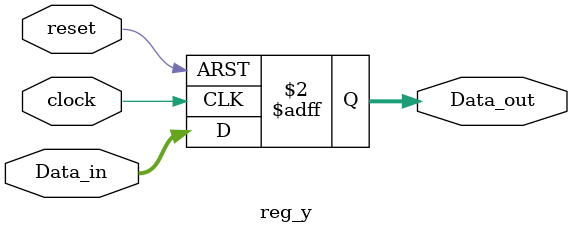
<source format=sv>
module reg_y ( 

input logic [7:0] Data_in,
input logic clock, reset,
output logic [7:0] Data_out);

always_ff @ ( posedge reset or posedge clock) 
	if (reset) Data_out <= 8'b0;

else Data_out <= Data_in;

endmodule
</source>
